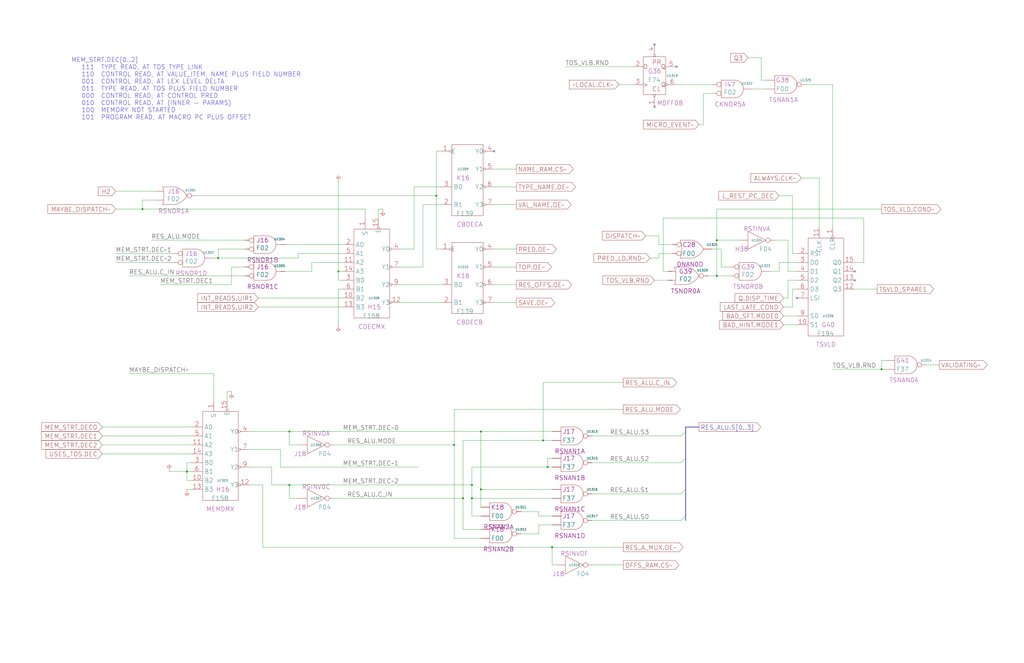
<source format=kicad_sch>
(kicad_sch (version 20230121) (generator eeschema)
  (paper "User" 584.2 378.46)
  (title_block (title "CS DISPLAY REGISTER CONTROL") (date "22-MAY-90") (rev "1.0") (comment 1 "SEQUENCER") (comment 2 "232-003064") (comment 3 "S400") (comment 4 "RELEASED"))
  (lib_symbols
    (symbol "r1000:F00" (pin_numbers hide) (pin_names hide)
      (property "Reference" "U" (at 15.24 0 0))
      (property "Value" "F00" (at 1.905 -5.08 0))
      (property "Location" "___" (at 1.905 0 0))
      (property "Name" "______" (at 2.54 -12.7 0))
      (symbol "F00_0_1"
        (polyline (pts (xy -2.54 -7.62) (xy 5.08 -7.62)) (stroke (width 0.1524)))
        (polyline (pts (xy -2.54 2.54) (xy -2.54 -7.62)) (stroke (width 0.1524)))
        (polyline (pts (xy -2.54 2.54) (xy 5.08 2.54)) (stroke (width 0.1524)))
        (arc (start 5.08 -7.62) (mid 10.1282 -2.54) (end 5.08 2.54) (stroke (width 0.1524)))
        (circle (center 11.43 -2.54) (radius 1.27) (stroke (width 0.1524)))
      )
      (symbol "F00_0_2"
        (circle (center -3.81 -5.08) (radius 1.27) (stroke (width 0.1524)))
        (circle (center -3.81 0) (radius 1.27) (stroke (width 0.1524)))
        (arc (start -3.175 -7.62) (mid -2.134 -2.54) (end -3.175 2.54) (stroke (width 0.1524)))
        (polyline (pts (xy -3.175 -7.62) (xy 3.81 -7.62)) (stroke (width 0.1524)))
        (polyline (pts (xy -3.175 2.54) (xy 3.81 2.54)) (stroke (width 0.1524)))
        (arc (start 3.81 -7.62) (mid 7.5855 -5.8306) (end 10.16 -2.54) (stroke (width 0.1524)))
        (arc (start 10.16 -2.54) (mid 7.5827 0.7471) (end 3.81 2.54) (stroke (width 0.1524)))
      )
      (symbol "F00_1_1"
        (pin input line (at -7.62 0 0) (length 5.08) (name "D0") (number "1"))
        (pin input line (at -7.62 -5.08 0) (length 5.08) (name "D1") (number "2"))
        (pin output line (at 15.24 -2.54 180) (length 2.54) (name "Q") (number "3"))
      )
      (symbol "F00_1_2"
        (pin input line (at -7.62 0 0) (length 2.54) (name "D0") (number "1"))
        (pin input line (at -7.62 -5.08 0) (length 2.54) (name "D1") (number "2"))
        (pin output line (at 15.24 -2.54 180) (length 5.08) (name "Q") (number "3"))
      )
    )
    (symbol "r1000:F02" (pin_numbers hide) (pin_names hide)
      (property "Reference" "U" (at 12.16 0.635 0))
      (property "Value" "F02" (at -1.27 -4.445 0))
      (property "Location" "___" (at 2.54 0 0))
      (property "Name" "______" (at 2.54 -12.7 0))
      (symbol "F02_0_1"
        (arc (start -3.81 -7.62) (mid -2.9847 -2.54) (end -3.81 2.54) (stroke (width 0.1524)))
        (polyline (pts (xy -5.08 -5.08) (xy -3.175 -5.08)) (stroke (width 0.1524)))
        (polyline (pts (xy -5.08 0) (xy -3.175 0)) (stroke (width 0.1524)))
        (polyline (pts (xy -3.81 -7.62) (xy 2.54 -7.62)) (stroke (width 0.1524)))
        (polyline (pts (xy -3.81 2.54) (xy 2.54 2.54)) (stroke (width 0.1524)))
        (polyline (pts (xy 13.97 -2.54) (xy 12.7 -2.54)) (stroke (width 0.1524)))
        (arc (start 2.54 -7.62) (mid 6.9515 -5.9823) (end 10.16 -2.54) (stroke (width 0.1524)))
        (arc (start 10.16 -2.54) (mid 6.9478 0.8966) (end 2.54 2.54) (stroke (width 0.1524)))
        (circle (center 11.43 -2.54) (radius 1.27) (stroke (width 0.1524)))
      )
      (symbol "F02_0_2"
        (circle (center -3.81 -5.08) (radius 1.27) (stroke (width 0.1524)))
        (circle (center -3.81 0) (radius 1.27) (stroke (width 0.1524)))
        (polyline (pts (xy -2.54 -7.62) (xy 5.08 -7.62)) (stroke (width 0.1524)))
        (polyline (pts (xy -2.54 2.54) (xy -2.54 -7.62)) (stroke (width 0.1524)))
        (polyline (pts (xy -2.54 2.54) (xy 5.08 2.54)) (stroke (width 0.1524)))
        (polyline (pts (xy 11.43 -2.54) (xy 10.16 -2.54)) (stroke (width 0.1524)))
        (polyline (pts (xy 11.43 -2.54) (xy 12.7 -2.54)) (stroke (width 0.1524)))
        (arc (start 5.08 -7.62) (mid 10.1282 -2.54) (end 5.08 2.54) (stroke (width 0.1524)))
      )
      (symbol "F02_1_1"
        (pin input line (at -7.62 0 0) (length 2.54) (name "D0") (number "1"))
        (pin input line (at -7.62 -5.08 0) (length 2.54) (name "D1") (number "2"))
        (pin output line (at 15.24 -2.54 180) (length 1.27) (name "Q") (number "3"))
      )
      (symbol "F02_1_2"
        (pin input line (at -7.62 0 0) (length 2.54) (name "D0") (number "1"))
        (pin input line (at -7.62 -5.08 0) (length 2.54) (name "D1") (number "2"))
        (pin output line (at 15.24 -2.54 180) (length 2.54) (name "Q") (number "3"))
      )
    )
    (symbol "r1000:F04" (pin_numbers hide) (pin_names hide)
      (property "Reference" "U" (at 0 0 0))
      (property "Value" "F04" (at 1.27 -5.08 0))
      (property "Location" "___" (at -12.7 -5.08 0))
      (property "Name" "______" (at 0 5.08 0))
      (symbol "F04_0_1"
        (polyline (pts (xy -7.62 0) (xy -5.08 0)) (stroke (width 0.1524)))
        (polyline (pts (xy -5.08 5.08) (xy -5.08 -5.08)) (stroke (width 0.1524)))
        (polyline (pts (xy 5.08 0) (xy -5.08 -5.08)) (stroke (width 0.1524)))
        (polyline (pts (xy 5.08 0) (xy -5.08 5.08)) (stroke (width 0.1524)))
        (circle (center 6.35 0) (radius 1.27) (stroke (width 0.1524)))
      )
      (symbol "F04_1_1"
        (pin input line (at -10.16 0 0) (length 2.54) (name "D0") (number "1"))
        (pin output line (at 10.16 0 180) (length 2.54) (name "Q") (number "2"))
      )
    )
    (symbol "r1000:F139" (pin_names (offset 1.016))
      (property "Reference" "U" (at 2.54 5.08 0))
      (property "Value" "F139" (at -1.27 -20.32 0))
      (property "Location" "___" (at -1.27 0 0))
      (property "Name" "______" (at 6.35 -27.94 0))
      (symbol "F139_1_1"
        (circle (center -4.445 15.24) (radius 0.635))
        (rectangle (start -3.81 19.05) (end 13.97 -21.59))
        (circle (center 14.605 -15.24) (radius 0.635))
        (circle (center 14.605 -5.08) (radius 0.635))
        (circle (center 14.605 5.08) (radius 0.635))
        (circle (center 14.605 15.24) (radius 0.635))
        (pin input line (at -10.16 15.24 0) (length 5.08) (name "E") (number "1"))
        (pin input line (at -10.16 -15.24 0) (length 6.35) (name "B1") (number "2"))
        (pin input line (at -10.16 -5.08 0) (length 6.35) (name "B0") (number "3"))
        (pin output line (at 20.32 15.24 180) (length 5.08) (name "Y0") (number "4"))
        (pin output line (at 20.32 5.08 180) (length 5.08) (name "Y1") (number "5"))
        (pin output line (at 20.32 -5.08 180) (length 5.08) (name "Y2") (number "6"))
        (pin output line (at 20.32 -15.24 180) (length 5.08) (name "Y3") (number "7"))
      )
    )
    (symbol "r1000:F158" (pin_names (offset 1.016))
      (property "Reference" "U" (at 2.54 5.08 0))
      (property "Value" "F158" (at -3.81 -5.08 0))
      (property "Location" "___" (at -1.27 0 0))
      (property "Name" "______" (at 1.27 -12.7 0))
      (symbol "F158_1_1"
        (rectangle (start -8.89 44.45) (end 11.43 -6.35))
        (circle (center 5.08 45.085) (radius 0.635))
        (circle (center 12.065 2.54) (radius 0.635))
        (circle (center 12.065 12.7) (radius 0.635))
        (circle (center 12.065 22.86) (radius 0.635))
        (circle (center 12.065 33.02) (radius 0.635))
        (pin input line (at -2.54 50.8 270) (length 6.35) (name "S") (number "1"))
        (pin input line (at -15.24 5.08 0) (length 6.35) (name "B2") (number "10"))
        (pin input line (at -15.24 25.4 0) (length 6.35) (name "A2") (number "11"))
        (pin output line (at 17.78 2.54 180) (length 5.08) (name "Y3") (number "12"))
        (pin input line (at -15.24 0 0) (length 6.35) (name "B3") (number "13"))
        (pin input line (at -15.24 20.32 0) (length 6.35) (name "A3") (number "14"))
        (pin input line (at 5.08 50.8 270) (length 5.08) (name "E") (number "15"))
        (pin input line (at -15.24 35.56 0) (length 6.35) (name "A0") (number "2"))
        (pin input line (at -15.24 15.24 0) (length 6.35) (name "B0") (number "3"))
        (pin output line (at 17.78 33.02 180) (length 5.08) (name "Y0") (number "4"))
        (pin input line (at -15.24 30.48 0) (length 6.35) (name "A1") (number "5"))
        (pin input line (at -15.24 10.16 0) (length 6.35) (name "B1") (number "6"))
        (pin output line (at 17.78 22.86 180) (length 5.08) (name "Y1") (number "7"))
        (pin output line (at 17.78 12.7 180) (length 5.08) (name "Y2") (number "9"))
      )
    )
    (symbol "r1000:F194" (pin_names (offset 1.016))
      (property "Reference" "U" (at 2.54 5.08 0))
      (property "Value" "F194" (at -3.81 -5.08 0))
      (property "Location" "___" (at -1.27 0 0))
      (property "Name" "______" (at 1.27 -12.7 0))
      (symbol "F194_1_1"
        (rectangle (start -8.89 49.53) (end 11.43 -6.35))
        (circle (center 5.08 50.165) (radius 0.635))
        (pin input line (at 5.08 55.88 270) (length 5.08) (name "CLR") (number "1"))
        (pin input line (at -15.24 0 0) (length 6.35) (name "S1") (number "10"))
        (pin input line (at -2.54 55.88 270) (length 6.35) (name "CLK") (number "11"))
        (pin output line (at 17.78 20.32 180) (length 6.35) (name "Q3") (number "12"))
        (pin output line (at 17.78 25.4 180) (length 6.35) (name "Q2") (number "13"))
        (pin output line (at 17.78 30.48 180) (length 6.35) (name "Q1") (number "14"))
        (pin output line (at 17.78 35.56 180) (length 6.35) (name "Q0") (number "15"))
        (pin input line (at -15.24 40.64 0) (length 6.35) (name "RSI") (number "2"))
        (pin input line (at -15.24 35.56 0) (length 6.35) (name "D0") (number "3"))
        (pin input line (at -15.24 30.48 0) (length 6.35) (name "D1") (number "4"))
        (pin input line (at -15.24 25.4 0) (length 6.35) (name "D2") (number "5"))
        (pin input line (at -15.24 20.32 0) (length 6.35) (name "D3") (number "6"))
        (pin input line (at -15.24 15.24 0) (length 6.35) (name "LSI") (number "7"))
        (pin input line (at -15.24 5.08 0) (length 6.35) (name "S0") (number "9"))
      )
    )
    (symbol "r1000:F37" (pin_numbers hide) (pin_names (offset 0) hide)
      (property "Reference" "U" (at 15.24 0 0))
      (property "Value" "F37" (at 1.905 -5.08 0))
      (property "Location" "___" (at 1.905 0 0))
      (property "Name" "______" (at 2.54 -12.7 0))
      (symbol "F37_0_1"
        (polyline (pts (xy -2.54 -7.62) (xy 5.08 -7.62)) (stroke (width 0.1524)))
        (polyline (pts (xy -2.54 2.54) (xy -2.54 -7.62)) (stroke (width 0.1524)))
        (polyline (pts (xy -2.54 2.54) (xy 5.08 2.54)) (stroke (width 0.1524)))
        (arc (start 5.08 -7.62) (mid 10.1282 -2.54) (end 5.08 2.54) (stroke (width 0.1524)))
        (circle (center 11.43 -2.54) (radius 1.27) (stroke (width 0.1524)))
      )
      (symbol "F37_0_2"
        (circle (center -3.81 -5.08) (radius 1.27) (stroke (width 0.1524)))
        (circle (center -3.81 0) (radius 1.27) (stroke (width 0.1524)))
        (arc (start -3.175 -7.62) (mid -2.134 -2.54) (end -3.175 2.54) (stroke (width 0.1524)))
        (polyline (pts (xy -3.175 -7.62) (xy 3.81 -7.62)) (stroke (width 0.1524)))
        (polyline (pts (xy -3.175 2.54) (xy 3.81 2.54)) (stroke (width 0.1524)))
        (arc (start 3.81 -7.62) (mid 7.5855 -5.8306) (end 10.16 -2.54) (stroke (width 0.1524)))
        (arc (start 10.16 -2.54) (mid 7.5827 0.7471) (end 3.81 2.54) (stroke (width 0.1524)))
      )
      (symbol "F37_1_1"
        (pin input line (at -7.62 0 0) (length 5.08) (name "D0") (number "1"))
        (pin input line (at -7.62 -5.08 0) (length 5.08) (name "D1") (number "2"))
        (pin output line (at 15.24 -2.54 180) (length 2.54) (name "Q") (number "3"))
      )
      (symbol "F37_1_2"
        (pin input line (at -7.62 0 0) (length 2.54) (name "D0") (number "1"))
        (pin input line (at -7.62 -5.08 0) (length 2.54) (name "D1") (number "2"))
        (pin output line (at 15.24 -2.54 180) (length 5.08) (name "Q") (number "3"))
      )
    )
    (symbol "r1000:F74" (pin_names (offset 1.016) hide)
      (property "Reference" "U" (at 12.7 -2.54 0))
      (property "Value" "F74" (at -1.27 -5.08 0))
      (property "Location" "___" (at -1.27 0 0))
      (property "Name" "______" (at 11.43 -19.685 0))
      (symbol "F74_0_1"
        (rectangle (start -3.81 8.255) (end 8.89 -13.335) (stroke (width 0.1524)))
        (polyline (pts (xy 2.54 -15.24) (xy 2.54 -14.605)) (stroke (width 0.1524)))
        (polyline (pts (xy 2.54 10.16) (xy 2.54 9.525)) (stroke (width 0.1524)))
      )
      (symbol "F74_1_1"
        (circle (center 2.54 -13.97) (radius 0.635))
        (circle (center 2.54 8.89) (radius 0.635))
        (circle (center 9.525 -7.62) (radius 0.635))
        (text ">" (at -2.54 -7.62 0) (effects (font (size 2.54 2.54))))
        (text "C" (at 2.54 -10.16 0) (effects (font (size 2.54 2.54))))
        (text "D" (at -2.54 2.54 0) (effects (font (size 2.54 2.54))))
        (text "L" (at 5.08 -10.16 0) (effects (font (size 2.54 2.54))))
        (text "P" (at 2.54 5.08 0) (effects (font (size 2.54 2.54))))
        (text "Q" (at 7.62 -7.62 0) (effects (font (size 2.54 2.54))))
        (text "Q" (at 7.62 2.54 0) (effects (font (size 2.54 2.54))))
        (text "R" (at 5.08 5.08 0) (effects (font (size 2.54 2.54))))
        (pin input line (at 2.54 -20.32 90) (length 5.08) (name "CL_") (number "1"))
        (pin input line (at -10.16 2.54 0) (length 6.35) (name "D") (number "2"))
        (pin input line (at -10.16 -7.62 0) (length 6.35) (name "CLK") (number "3"))
        (pin input line (at 2.54 15.24 270) (length 5.08) (name "PR_") (number "4"))
        (pin output line (at 15.24 2.54 180) (length 6.35) (name "Q") (number "5"))
        (pin output line (at 15.24 -7.62 180) (length 5.08) (name "Q_") (number "6"))
      )
    )
    (symbol "r1000:PD" (power) (pin_numbers hide) (pin_names hide) (in_bom no)
      (symbol "PD_0_1"
        (polyline (pts (xy 0 -2.54) (xy 1.27 -2.54) (xy 0 -3.81) (xy -1.27 -2.54) (xy 0 -2.54)) (stroke (width 0.1524)))
      )
      (symbol "PD_1_1"
        (pin power_in line (at 0 0 270) (length 2.54) (name "PD") (number "1"))
      )
    )
    (symbol "r1000:PU" (power) (pin_numbers hide) (pin_names hide)
      (symbol "PU_0_1"
        (polyline (pts (xy 0 2.54) (xy -1.27 2.54) (xy 0 3.81) (xy 1.27 2.54) (xy 0 2.54)) (stroke (width 0.1524)))
      )
      (symbol "PU_1_1"
        (pin power_in line (at 0 0 90) (length 2.54) (name "PU") (number "1"))
      )
    )
  )
  (junction (at 408.94 137.16))
  (junction (at 165.1 276.86))
  (junction (at 309.88 251.46))
  (junction (at 264.16 284.48))
  (junction (at 274.32 246.38))
  (junction (at 124.46 147.32))
  (junction (at 274.32 279.4))
  (junction (at 269.24 284.48))
  (junction (at 408.94 157.48))
  (junction (at 248.92 111.76))
  (junction (at 165.1 246.38))
  (junction (at 81.28 119.38))
  (junction (at 312.42 266.7))
  (junction (at 269.24 276.86))
  (junction (at 259.08 254))
  (junction (at 314.96 312.42))
  (junction (at 502.92 210.82))
  (junction (at 193.04 154.94))
  (junction (at 106.68 269.24))
  (no_connect (at 373.38 25.4))
  (no_connect (at 487.68 154.94))
  (no_connect (at 373.38 60.96))
  (no_connect (at 386.08 38.1))
  (no_connect (at 487.68 160.02))
  (no_connect (at 281.94 86.36))
  (no_connect (at 454.66 170.18))
  (bus_entry (at 391.16 261.62) (size -2.54 2.54))
  (bus_entry (at 391.16 246.38) (size -2.54 2.54))
  (bus_entry (at 391.16 294.64) (size -2.54 2.54))
  (bus_entry (at 391.16 279.4) (size -2.54 2.54))
  (wire (pts (xy 259.08 233.68) (xy 355.6 233.68)))
  (wire (pts (xy 528.32 208.28) (xy 535.94 208.28)))
  (wire (pts (xy 314.96 312.42) (xy 355.6 312.42)))
  (wire (pts (xy 142.24 246.38) (xy 165.1 246.38)))
  (bus (pts (xy 391.16 246.38) (xy 391.16 261.62)))
  (wire (pts (xy 142.24 276.86) (xy 149.86 276.86)))
  (wire (pts (xy 190.5 284.48) (xy 264.16 284.48)))
  (wire (pts (xy 81.28 119.38) (xy 208.28 119.38)))
  (wire (pts (xy 454.66 144.78) (xy 452.12 144.78)))
  (wire (pts (xy 281.94 106.68) (xy 294.64 106.68)))
  (wire (pts (xy 264.16 302.26) (xy 274.32 302.26)))
  (wire (pts (xy 193.04 165.1) (xy 193.04 185.42)))
  (wire (pts (xy 193.04 154.94) (xy 195.58 154.94)))
  (wire (pts (xy 165.1 246.38) (xy 165.1 254)))
  (wire (pts (xy 383.54 144.78) (xy 375.92 144.78)))
  (wire (pts (xy 492.76 124.46) (xy 492.76 149.86)))
  (wire (pts (xy 132.08 152.4) (xy 132.08 162.56)))
  (wire (pts (xy 149.86 312.42) (xy 314.96 312.42)))
  (wire (pts (xy 269.24 284.48) (xy 269.24 294.64)))
  (wire (pts (xy 236.22 142.24) (xy 236.22 106.68)))
  (wire (pts (xy 264.16 251.46) (xy 309.88 251.46)))
  (wire (pts (xy 307.34 304.8) (xy 307.34 299.72)))
  (wire (pts (xy 106.68 269.24) (xy 109.22 269.24)))
  (wire (pts (xy 401.32 53.34) (xy 401.32 71.12)))
  (wire (pts (xy 147.32 175.26) (xy 195.58 175.26)))
  (wire (pts (xy 281.94 162.56) (xy 294.64 162.56)))
  (wire (pts (xy 58.42 259.08) (xy 109.22 259.08)))
  (wire (pts (xy 502.92 210.82) (xy 505.46 210.82)))
  (wire (pts (xy 124.46 147.32) (xy 121.92 147.32)))
  (wire (pts (xy 162.56 139.7) (xy 195.58 139.7)))
  (wire (pts (xy 408.94 157.48) (xy 416.56 157.48)))
  (wire (pts (xy 248.92 111.76) (xy 248.92 86.36)))
  (wire (pts (xy 106.68 279.4) (xy 109.22 279.4)))
  (wire (pts (xy 408.94 119.38) (xy 408.94 137.16)))
  (wire (pts (xy 454.66 160.02) (xy 449.58 160.02)))
  (wire (pts (xy 248.92 142.24) (xy 248.92 111.76)))
  (wire (pts (xy 96.52 269.24) (xy 106.68 269.24)))
  (wire (pts (xy 439.42 154.94) (xy 444.5 154.94)))
  (wire (pts (xy 447.04 180.34) (xy 454.66 180.34)))
  (wire (pts (xy 165.1 276.86) (xy 269.24 276.86)))
  (wire (pts (xy 447.04 170.18) (xy 449.58 170.18)))
  (wire (pts (xy 154.94 266.7) (xy 154.94 276.86)))
  (wire (pts (xy 449.58 154.94) (xy 449.58 137.16)))
  (wire (pts (xy 383.54 139.7) (xy 375.92 139.7)))
  (wire (pts (xy 337.82 281.94) (xy 388.62 281.94)))
  (wire (pts (xy 269.24 294.64) (xy 274.32 294.64)))
  (wire (pts (xy 215.9 124.46) (xy 215.9 119.38)))
  (wire (pts (xy 375.92 139.7) (xy 375.92 134.62)))
  (wire (pts (xy 165.1 254) (xy 170.18 254)))
  (wire (pts (xy 73.66 213.36) (xy 121.92 213.36)))
  (wire (pts (xy 309.88 251.46) (xy 314.96 251.46)))
  (wire (pts (xy 241.3 116.84) (xy 251.46 116.84)))
  (wire (pts (xy 467.36 129.54) (xy 467.36 101.6)))
  (bus (pts (xy 391.16 279.4) (xy 391.16 294.64)))
  (wire (pts (xy 281.94 142.24) (xy 294.64 142.24)))
  (wire (pts (xy 165.1 284.48) (xy 170.18 284.48)))
  (wire (pts (xy 162.56 154.94) (xy 177.8 154.94)))
  (wire (pts (xy 370.84 147.32) (xy 375.92 147.32)))
  (wire (pts (xy 66.04 144.78) (xy 99.06 144.78)))
  (wire (pts (xy 195.58 149.86) (xy 177.8 149.86)))
  (wire (pts (xy 208.28 124.46) (xy 208.28 119.38)))
  (wire (pts (xy 73.66 157.48) (xy 139.7 157.48)))
  (wire (pts (xy 307.34 299.72) (xy 314.96 299.72)))
  (wire (pts (xy 160.02 256.54) (xy 160.02 266.7)))
  (wire (pts (xy 307.34 294.64) (xy 314.96 294.64)))
  (wire (pts (xy 297.18 304.8) (xy 307.34 304.8)))
  (wire (pts (xy 337.82 322.58) (xy 355.6 322.58)))
  (wire (pts (xy 314.96 261.62) (xy 312.42 261.62)))
  (wire (pts (xy 139.7 142.24) (xy 124.46 142.24)))
  (wire (pts (xy 398.78 71.12) (xy 401.32 71.12)))
  (wire (pts (xy 142.24 266.7) (xy 154.94 266.7)))
  (wire (pts (xy 58.42 254) (xy 109.22 254)))
  (wire (pts (xy 454.66 149.86) (xy 444.5 149.86)))
  (wire (pts (xy 165.1 276.86) (xy 165.1 284.48)))
  (wire (pts (xy 444.5 149.86) (xy 444.5 154.94)))
  (wire (pts (xy 195.58 165.1) (xy 193.04 165.1)))
  (wire (pts (xy 111.76 111.76) (xy 248.92 111.76)))
  (wire (pts (xy 106.68 269.24) (xy 106.68 274.32)))
  (wire (pts (xy 502.92 205.74) (xy 502.92 210.82)))
  (bus (pts (xy 391.16 261.62) (xy 391.16 279.4)))
  (wire (pts (xy 259.08 254) (xy 259.08 233.68)))
  (wire (pts (xy 264.16 284.48) (xy 264.16 251.46)))
  (wire (pts (xy 274.32 279.4) (xy 274.32 289.56)))
  (wire (pts (xy 307.34 292.1) (xy 307.34 294.64)))
  (wire (pts (xy 259.08 307.34) (xy 274.32 307.34)))
  (wire (pts (xy 274.32 246.38) (xy 314.96 246.38)))
  (wire (pts (xy 337.82 297.18) (xy 388.62 297.18)))
  (wire (pts (xy 403.86 157.48) (xy 408.94 157.48)))
  (wire (pts (xy 269.24 284.48) (xy 314.96 284.48)))
  (wire (pts (xy 386.08 48.26) (xy 406.4 48.26)))
  (wire (pts (xy 124.46 142.24) (xy 124.46 147.32)))
  (wire (pts (xy 452.12 165.1) (xy 452.12 175.26)))
  (wire (pts (xy 447.04 185.42) (xy 454.66 185.42)))
  (wire (pts (xy 195.58 144.78) (xy 170.18 144.78)))
  (wire (pts (xy 109.22 264.16) (xy 106.68 264.16)))
  (wire (pts (xy 274.32 279.4) (xy 314.96 279.4)))
  (wire (pts (xy 109.22 274.32) (xy 106.68 274.32)))
  (wire (pts (xy 170.18 144.78) (xy 170.18 147.32)))
  (wire (pts (xy 281.94 152.4) (xy 294.64 152.4)))
  (wire (pts (xy 66.04 149.86) (xy 99.06 149.86)))
  (wire (pts (xy 378.46 124.46) (xy 492.76 124.46)))
  (wire (pts (xy 193.04 160.02) (xy 193.04 154.94)))
  (wire (pts (xy 259.08 254) (xy 259.08 307.34)))
  (wire (pts (xy 434.34 45.72) (xy 434.34 33.02)))
  (wire (pts (xy 474.98 48.26) (xy 474.98 129.54)))
  (wire (pts (xy 449.58 137.16) (xy 441.96 137.16)))
  (wire (pts (xy 281.94 172.72) (xy 294.64 172.72)))
  (wire (pts (xy 322.58 38.1) (xy 360.68 38.1)))
  (wire (pts (xy 297.18 292.1) (xy 307.34 292.1)))
  (wire (pts (xy 459.74 48.26) (xy 474.98 48.26)))
  (wire (pts (xy 248.92 86.36) (xy 251.46 86.36)))
  (bus (pts (xy 391.16 243.84) (xy 391.16 246.38)))
  (wire (pts (xy 337.82 248.92) (xy 388.62 248.92)))
  (wire (pts (xy 58.42 243.84) (xy 109.22 243.84)))
  (wire (pts (xy 434.34 33.02) (xy 426.72 33.02)))
  (wire (pts (xy 177.8 149.86) (xy 177.8 154.94)))
  (wire (pts (xy 312.42 261.62) (xy 312.42 266.7)))
  (wire (pts (xy 505.46 205.74) (xy 502.92 205.74)))
  (wire (pts (xy 66.04 109.22) (xy 88.9 109.22)))
  (wire (pts (xy 264.16 284.48) (xy 264.16 302.26)))
  (wire (pts (xy 408.94 137.16) (xy 408.94 157.48)))
  (wire (pts (xy 281.94 116.84) (xy 294.64 116.84)))
  (wire (pts (xy 281.94 96.52) (xy 294.64 96.52)))
  (wire (pts (xy 228.6 162.56) (xy 251.46 162.56)))
  (wire (pts (xy 309.88 218.44) (xy 355.6 218.44)))
  (wire (pts (xy 474.98 210.82) (xy 502.92 210.82)))
  (wire (pts (xy 314.96 322.58) (xy 317.5 322.58)))
  (wire (pts (xy 373.38 160.02) (xy 381 160.02)))
  (wire (pts (xy 106.68 264.16) (xy 106.68 269.24)))
  (wire (pts (xy 81.28 119.38) (xy 81.28 114.3)))
  (bus (pts (xy 391.16 294.64) (xy 391.16 297.18)))
  (wire (pts (xy 58.42 248.92) (xy 109.22 248.92)))
  (wire (pts (xy 454.66 165.1) (xy 452.12 165.1)))
  (wire (pts (xy 353.06 48.26) (xy 360.68 48.26)))
  (wire (pts (xy 124.46 147.32) (xy 170.18 147.32)))
  (wire (pts (xy 81.28 114.3) (xy 88.9 114.3)))
  (wire (pts (xy 381 154.94) (xy 378.46 154.94)))
  (wire (pts (xy 452.12 111.76) (xy 444.5 111.76)))
  (wire (pts (xy 132.08 162.56) (xy 91.44 162.56)))
  (wire (pts (xy 228.6 172.72) (xy 251.46 172.72)))
  (wire (pts (xy 337.82 264.16) (xy 388.62 264.16)))
  (wire (pts (xy 160.02 266.7) (xy 238.76 266.7)))
  (wire (pts (xy 241.3 152.4) (xy 241.3 116.84)))
  (wire (pts (xy 454.66 154.94) (xy 449.58 154.94)))
  (wire (pts (xy 190.5 254) (xy 259.08 254)))
  (wire (pts (xy 274.32 246.38) (xy 274.32 279.4)))
  (wire (pts (xy 193.04 154.94) (xy 193.04 104.14)))
  (wire (pts (xy 436.88 45.72) (xy 434.34 45.72)))
  (wire (pts (xy 452.12 144.78) (xy 452.12 111.76)))
  (wire (pts (xy 165.1 246.38) (xy 274.32 246.38)))
  (wire (pts (xy 132.08 223.52) (xy 129.54 223.52)))
  (wire (pts (xy 121.92 228.6) (xy 121.92 213.36)))
  (wire (pts (xy 215.9 119.38) (xy 218.44 119.38)))
  (wire (pts (xy 312.42 266.7) (xy 314.96 266.7)))
  (wire (pts (xy 449.58 160.02) (xy 449.58 170.18)))
  (wire (pts (xy 154.94 276.86) (xy 165.1 276.86)))
  (wire (pts (xy 86.36 137.16) (xy 139.7 137.16)))
  (wire (pts (xy 378.46 154.94) (xy 378.46 124.46)))
  (wire (pts (xy 375.92 144.78) (xy 375.92 147.32)))
  (wire (pts (xy 251.46 142.24) (xy 248.92 142.24)))
  (wire (pts (xy 447.04 175.26) (xy 452.12 175.26)))
  (wire (pts (xy 142.24 256.54) (xy 160.02 256.54)))
  (wire (pts (xy 406.4 142.24) (xy 411.48 142.24)))
  (wire (pts (xy 269.24 276.86) (xy 269.24 284.48)))
  (wire (pts (xy 129.54 223.52) (xy 129.54 228.6)))
  (wire (pts (xy 416.56 152.4) (xy 411.48 152.4)))
  (wire (pts (xy 149.86 276.86) (xy 149.86 312.42)))
  (wire (pts (xy 502.92 119.38) (xy 408.94 119.38)))
  (wire (pts (xy 429.26 50.8) (xy 436.88 50.8)))
  (wire (pts (xy 66.04 119.38) (xy 81.28 119.38)))
  (wire (pts (xy 195.58 160.02) (xy 193.04 160.02)))
  (bus (pts (xy 391.16 243.84) (xy 398.78 243.84)))
  (wire (pts (xy 467.36 101.6) (xy 457.2 101.6)))
  (wire (pts (xy 228.6 142.24) (xy 236.22 142.24)))
  (wire (pts (xy 314.96 312.42) (xy 314.96 322.58)))
  (wire (pts (xy 492.76 149.86) (xy 487.68 149.86)))
  (wire (pts (xy 406.4 53.34) (xy 401.32 53.34)))
  (wire (pts (xy 411.48 152.4) (xy 411.48 142.24)))
  (wire (pts (xy 309.88 251.46) (xy 309.88 218.44)))
  (wire (pts (xy 147.32 170.18) (xy 195.58 170.18)))
  (wire (pts (xy 236.22 106.68) (xy 251.46 106.68)))
  (wire (pts (xy 487.68 165.1) (xy 500.38 165.1)))
  (wire (pts (xy 139.7 152.4) (xy 132.08 152.4)))
  (wire (pts (xy 269.24 276.86) (xy 269.24 266.7)))
  (wire (pts (xy 421.64 137.16) (xy 408.94 137.16)))
  (wire (pts (xy 228.6 152.4) (xy 241.3 152.4)))
  (wire (pts (xy 269.24 266.7) (xy 312.42 266.7)))
  (wire (pts (xy 368.3 134.62) (xy 375.92 134.62)))
  (text "MEM_STRT.DEC[0..2]\n   111  TYPE READ, AT TOS TYPE LINK\n   110  CONTROL READ, AT VALUE_ITEM, NAME PLUS FIELD NUMBER\n   001  CONTROL READ, AT LEX LEVEL DELTA\n   011  TYPE READ, AT TOS PLUS FIELD NUMBER\n   000  CONTROL READ, AT CONTROL PRED\n   010  CONTROL READ, AT (INNER - PARAMS)\n   100  MEMORY NOT STARTED\n   101  PROGRAM READ, AT MACRO PC PLUS OFFSET" (at 40.64 68.58 0) (effects (font (size 2.54 2.54)) (justify left bottom)))
  (label "RES_ALU.S2" (at 347.98 264.16 0) (effects (font (size 2.54 2.54))))
  (label "MAYBE_DISPATCH~" (at 73.66 213.36 0) (effects (font (size 2.54 2.54))))
  (label "MEM_STRT.DEC~1" (at 66.04 144.78 0) (effects (font (size 2.54 2.54))))
  (label "RES_ALU.C_IN" (at 73.66 157.48 0) (effects (font (size 2.54 2.54))))
  (label "RES_ALU.S0" (at 347.98 297.18 0) (effects (font (size 2.54 2.54))))
  (label "MEM_STRT.DEC~2" (at 195.58 276.86 0) (effects (font (size 2.54 2.54))))
  (label "RES_ALU.S1" (at 347.98 281.94 0) (effects (font (size 2.54 2.54))))
  (label "RES_ALU.MODE" (at 198.12 254 0) (effects (font (size 2.54 2.54))))
  (label "RES_ALU.MODE" (at 86.36 137.16 0) (effects (font (size 2.54 2.54))))
  (label "MEM_STRT.DEC~0" (at 195.58 246.38 0) (effects (font (size 2.54 2.54))))
  (label "MEM_STRT.DEC~1" (at 195.58 266.7 0) (effects (font (size 2.54 2.54))))
  (label "RES_ALU.C_IN" (at 198.12 284.48 0) (effects (font (size 2.54 2.54))))
  (label "TOS_VLB.RND" (at 474.98 210.82 0) (effects (font (size 2.54 2.54))))
  (label "MEM_STRT.DEC1" (at 91.44 162.56 0) (effects (font (size 2.54 2.54))))
  (label "MEM_STRT.DEC~2" (at 66.04 149.86 0) (effects (font (size 2.54 2.54))))
  (label "RES_ALU.S3" (at 347.98 248.92 0) (effects (font (size 2.54 2.54))))
  (label "TOS_VLB.RND" (at 322.58 38.1 0) (effects (font (size 2.54 2.54))))
  (global_label "Q3" (shape input) (at 426.72 33.02 180) (effects (font (size 2.54 2.54))) (property "Intersheetrefs" "${INTERSHEET_REFS}" (at 416.814 32.8613 0) (effects (font (size 1.905 1.905)) (justify right))))
  (global_label "SAVE.OE~" (shape output) (at 294.64 172.72 0) (effects (font (size 2.54 2.54))) (property "Intersheetrefs" "${INTERSHEET_REFS}" (at 316.5203 172.5613 0) (effects (font (size 1.905 1.905)) (justify left))))
  (global_label "ALWAYS.CLK~" (shape input) (at 457.2 101.6 180) (effects (font (size 2.54 2.54))) (property "Intersheetrefs" "${INTERSHEET_REFS}" (at 422.1359 101.4413 0) (effects (font (size 1.905 1.905)) (justify right))))
  (global_label "RES_ALU.MODE" (shape output) (at 355.6 233.68 0) (effects (font (size 2.54 2.54))) (property "Intersheetrefs" "${INTERSHEET_REFS}" (at 388.1241 233.5213 0) (effects (font (size 1.905 1.905)) (justify left))))
  (global_label "PRED.OE~" (shape output) (at 294.64 142.24 0) (effects (font (size 2.54 2.54))) (property "Intersheetrefs" "${INTERSHEET_REFS}" (at 317.367 142.0813 0) (effects (font (size 1.905 1.905)) (justify left))))
  (global_label "USES_TOS.DEC" (shape input) (at 58.42 259.08 180) (effects (font (size 2.54 2.54))) (property "Intersheetrefs" "${INTERSHEET_REFS}" (at 26.2588 258.9213 0) (effects (font (size 1.905 1.905)) (justify right))))
  (global_label "RES_ALU.S[0..3]" (shape output) (at 398.78 243.84 0) (effects (font (size 2.54 2.54))) (property "Intersheetrefs" "${INTERSHEET_REFS}" (at 433.965 243.6813 0) (effects (font (size 1.905 1.905)) (justify left))))
  (global_label "LAST_LATE_COND" (shape input) (at 447.04 175.26 180) (effects (font (size 2.54 2.54))) (property "Intersheetrefs" "${INTERSHEET_REFS}" (at 410.8873 175.1013 0) (effects (font (size 1.905 1.905)) (justify right))))
  (global_label "MEM_STRT.DEC0" (shape input) (at 58.42 243.84 180) (effects (font (size 2.54 2.54))) (property "Intersheetrefs" "${INTERSHEET_REFS}" (at 23.7188 243.6813 0) (effects (font (size 1.905 1.905)) (justify right))))
  (global_label "NAME_RAM.CS~" (shape output) (at 294.64 96.52 0) (effects (font (size 2.54 2.54))) (property "Intersheetrefs" "${INTERSHEET_REFS}" (at 327.0431 96.3613 0) (effects (font (size 1.905 1.905)) (justify left))))
  (global_label "MICRO_EVENT~" (shape input) (at 398.78 71.12 180) (effects (font (size 2.54 2.54))) (property "Intersheetrefs" "${INTERSHEET_REFS}" (at 366.9816 70.9613 0) (effects (font (size 1.905 1.905)) (justify right))))
  (global_label "VALIDATING~" (shape output) (at 535.94 208.28 0) (effects (font (size 2.54 2.54))) (property "Intersheetrefs" "${INTERSHEET_REFS}" (at 563.2631 208.1213 0) (effects (font (size 1.905 1.905)) (justify left))))
  (global_label "MAYBE_DISPATCH~" (shape input) (at 66.04 119.38 180) (effects (font (size 2.54 2.54))) (property "Intersheetrefs" "${INTERSHEET_REFS}" (at 27.3473 119.2213 0) (effects (font (size 1.905 1.905)) (justify right))))
  (global_label "RES_OFFS.OE~" (shape output) (at 294.64 162.56 0) (effects (font (size 2.54 2.54))) (property "Intersheetrefs" "${INTERSHEET_REFS}" (at 326.0755 162.4013 0) (effects (font (size 1.905 1.905)) (justify left))))
  (global_label "RES_ALU.C_IN" (shape output) (at 355.6 218.44 0) (effects (font (size 2.54 2.54))) (property "Intersheetrefs" "${INTERSHEET_REFS}" (at 386.0679 218.2813 0) (effects (font (size 1.905 1.905)) (justify left))))
  (global_label "DISPATCH~" (shape input) (at 368.3 134.62 180) (effects (font (size 2.54 2.54))) (property "Intersheetrefs" "${INTERSHEET_REFS}" (at 343.6378 134.4613 0) (effects (font (size 1.905 1.905)) (justify right))))
  (global_label "INT_READS.UIR2" (shape input) (at 147.32 175.26 180) (effects (font (size 2.54 2.54))) (property "Intersheetrefs" "${INTERSHEET_REFS}" (at 112.7397 175.1013 0) (effects (font (size 1.905 1.905)) (justify right))))
  (global_label "H2" (shape input) (at 66.04 109.22 180) (effects (font (size 2.54 2.54))) (property "Intersheetrefs" "${INTERSHEET_REFS}" (at 56.134 109.0613 0) (effects (font (size 1.905 1.905)) (justify right))))
  (global_label "OFFS_RAM.CS~" (shape output) (at 355.6 322.58 0) (effects (font (size 2.54 2.54))) (property "Intersheetrefs" "${INTERSHEET_REFS}" (at 387.3984 322.4213 0) (effects (font (size 1.905 1.905)) (justify left))))
  (global_label "~LOCAL.CLK~" (shape input) (at 353.06 48.26 180) (effects (font (size 2.54 2.54))) (property "Intersheetrefs" "${INTERSHEET_REFS}" (at 324.7692 48.1013 0) (effects (font (size 1.905 1.905)) (justify right))))
  (global_label "BAD_HINT.MODE1" (shape input) (at 447.04 185.42 180) (effects (font (size 2.54 2.54))) (property "Intersheetrefs" "${INTERSHEET_REFS}" (at 410.5245 185.2613 0) (effects (font (size 1.905 1.905)) (justify right))))
  (global_label "TOS_VLB.RND" (shape input) (at 373.38 160.02 180) (effects (font (size 2.54 2.54))) (property "Intersheetrefs" "${INTERSHEET_REFS}" (at 343.8797 159.8613 0) (effects (font (size 1.905 1.905)) (justify right))))
  (global_label "VAL_NAME.OE~" (shape output) (at 294.64 116.84 0) (effects (font (size 2.54 2.54))) (property "Intersheetrefs" "${INTERSHEET_REFS}" (at 325.8336 116.6813 0) (effects (font (size 1.905 1.905)) (justify left))))
  (global_label "TOS_VLD.COND~" (shape output) (at 502.92 119.38 0) (effects (font (size 2.54 2.54))) (property "Intersheetrefs" "${INTERSHEET_REFS}" (at 536.8955 119.2213 0) (effects (font (size 1.905 1.905)) (justify left))))
  (global_label "BAD_SFT.MODE0" (shape input) (at 447.04 180.34 180) (effects (font (size 2.54 2.54))) (property "Intersheetrefs" "${INTERSHEET_REFS}" (at 412.4597 180.1813 0) (effects (font (size 1.905 1.905)) (justify right))))
  (global_label "TOP.OE~" (shape output) (at 294.64 152.4 0) (effects (font (size 2.54 2.54))) (property "Intersheetrefs" "${INTERSHEET_REFS}" (at 314.585 152.2413 0) (effects (font (size 1.905 1.905)) (justify left))))
  (global_label "PRED_LD.RND~" (shape input) (at 370.84 147.32 180) (effects (font (size 2.54 2.54))) (property "Intersheetrefs" "${INTERSHEET_REFS}" (at 338.7997 147.1613 0) (effects (font (size 1.905 1.905)) (justify right))))
  (global_label "MEM_STRT.DEC2" (shape input) (at 58.42 254 180) (effects (font (size 2.54 2.54))) (property "Intersheetrefs" "${INTERSHEET_REFS}" (at 23.7188 253.8413 0) (effects (font (size 1.905 1.905)) (justify right))))
  (global_label "TYPE_NAME.OE~" (shape output) (at 294.64 106.68 0) (effects (font (size 2.54 2.54))) (property "Intersheetrefs" "${INTERSHEET_REFS}" (at 328.3736 106.5213 0) (effects (font (size 1.905 1.905)) (justify left))))
  (global_label "INT_READS.UIR1" (shape input) (at 147.32 170.18 180) (effects (font (size 2.54 2.54))) (property "Intersheetrefs" "${INTERSHEET_REFS}" (at 112.7397 170.0213 0) (effects (font (size 1.905 1.905)) (justify right))))
  (global_label "MEM_STRT.DEC1" (shape input) (at 58.42 248.92 180) (effects (font (size 2.54 2.54))) (property "Intersheetrefs" "${INTERSHEET_REFS}" (at 23.7188 248.7613 0) (effects (font (size 1.905 1.905)) (justify right))))
  (global_label "RES_A_MUX.OE~" (shape output) (at 355.6 312.42 0) (effects (font (size 2.54 2.54))) (property "Intersheetrefs" "${INTERSHEET_REFS}" (at 389.6965 312.2613 0) (effects (font (size 1.905 1.905)) (justify left))))
  (global_label "L_REST_PC_DEC" (shape input) (at 444.5 111.76 180) (effects (font (size 2.54 2.54))) (property "Intersheetrefs" "${INTERSHEET_REFS}" (at 410.1616 111.6013 0) (effects (font (size 1.905 1.905)) (justify right))))
  (global_label "TSVLD_SPARE1" (shape output) (at 500.38 165.1 0) (effects (font (size 2.54 2.54))) (property "Intersheetrefs" "${INTERSHEET_REFS}" (at 532.6622 164.9413 0) (effects (font (size 1.905 1.905)) (justify left))))
  (global_label "Q.DISP_TIME" (shape input) (at 447.04 170.18 180) (effects (font (size 2.54 2.54))) (property "Intersheetrefs" "${INTERSHEET_REFS}" (at 419.354 170.0213 0) (effects (font (size 1.905 1.905)) (justify right))))
  (symbol (lib_id "r1000:PD") (at 106.68 279.4 0) (unit 1) (in_bom no)
    (property "Reference" "#PWR01302" (effects hide))
    (property "Value" "PD" (effects hide))
  )
  (symbol (lib_id "r1000:F37") (at 513.08 205.74 0) (unit 1)
    (property "Reference" "U1314" (at 528.32 205.74 0))
    (property "Value" "F37" (at 514.985 210.82 0) (effects (font (size 2.54 2.54))))
    (property "Location" "G41" (at 514.985 205.74 0) (effects (font (size 2.54 2.54))))
    (property "Name" "TSNAN0A" (at 515.62 218.44 0) (effects (font (size 2.54 2.54)) (justify bottom)))
  )
  (symbol (lib_id "r1000:F02") (at 147.32 152.4 0) (unit 1) (convert 2)
    (property "Reference" "U1305" (at 159.48 151.765 0))
    (property "Value" "F02" (at 146.05 156.845 0) (effects (font (size 2.54 2.54)) (justify left)))
    (property "Location" "J16" (at 149.86 152.4 0) (effects (font (size 2.54 2.54))))
    (property "Name" "RSNOR1C" (at 149.86 165.1 0) (effects (font (size 2.54 2.54)) (justify bottom)))
  )
  (symbol (lib_id "r1000:PU") (at 96.52 269.24 0) (unit 1)
    (property "Reference" "#PWR01301" (effects hide))
    (property "Value" "PU" (effects hide))
  )
  (symbol (lib_id "r1000:F02") (at 147.32 137.16 0) (unit 1) (convert 2)
    (property "Reference" "U1304" (at 159.48 136.525 0))
    (property "Value" "F02" (at 146.05 141.605 0) (effects (font (size 2.54 2.54)) (justify left)))
    (property "Location" "J16" (at 149.86 137.16 0) (effects (font (size 2.54 2.54))))
    (property "Name" "RSNOR1B" (at 149.86 149.86 0) (effects (font (size 2.54 2.54)) (justify bottom)))
  )
  (symbol (lib_id "r1000:F04") (at 180.34 254 0) (unit 1)
    (property "Reference" "U1306" (at 180.34 254 0))
    (property "Value" "F04" (at 181.61 259.08 0) (effects (font (size 2.54 2.54)) (justify left)))
    (property "Location" "J18" (at 167.64 259.08 0) (effects (font (size 2.54 2.54)) (justify left)))
    (property "Name" "RSINV0A" (at 180.34 248.92 0) (effects (font (size 2.54 2.54)) (justify bottom)))
  )
  (symbol (lib_id "r1000:PD") (at 218.44 119.38 0) (unit 1) (in_bom no)
    (property "Reference" "#PWR01306" (effects hide))
    (property "Value" "PD" (effects hide))
  )
  (symbol (lib_id "r1000:F00") (at 281.94 302.26 0) (unit 1)
    (property "Reference" "U1312" (at 297.18 302.26 0))
    (property "Value" "F00" (at 283.845 307.34 0) (effects (font (size 2.54 2.54))))
    (property "Location" "K18" (at 283.845 302.26 0) (effects (font (size 2.54 2.54))))
    (property "Name" "RSNAN2B" (at 284.48 314.96 0) (effects (font (size 2.54 2.54)) (justify bottom)))
  )
  (symbol (lib_id "r1000:F74") (at 370.84 40.64 0) (unit 1)
    (property "Reference" "U1319" (at 383.54 43.18 0))
    (property "Value" "F74" (at 369.57 45.72 0) (effects (font (size 2.54 2.54)) (justify left)))
    (property "Location" "G36" (at 369.57 40.64 0) (effects (font (size 2.54 2.54)) (justify left)))
    (property "Name" "MDFF0B" (at 382.27 60.325 0) (effects (font (size 2.54 2.54)) (justify bottom)))
  )
  (symbol (lib_id "r1000:F139") (at 261.62 157.48 0) (unit 1)
    (property "Reference" "U1310" (at 264.16 152.4 0))
    (property "Value" "F139" (at 260.35 177.8 0) (effects (font (size 2.54 2.54)) (justify left)))
    (property "Location" "K16" (at 260.35 157.48 0) (effects (font (size 2.54 2.54)) (justify left)))
    (property "Name" "CBDECB" (at 267.97 185.42 0) (effects (font (size 2.54 2.54)) (justify bottom)))
  )
  (symbol (lib_id "r1000:F37") (at 322.58 279.4 0) (unit 1)
    (property "Reference" "U1316" (at 337.82 279.4 0))
    (property "Value" "F37" (at 324.485 284.48 0) (effects (font (size 2.54 2.54))))
    (property "Location" "J17" (at 324.485 279.4 0) (effects (font (size 2.54 2.54))))
    (property "Name" "RSNAN1C" (at 325.12 292.1 0) (effects (font (size 2.54 2.54)) (justify bottom)))
  )
  (symbol (lib_id "r1000:F194") (at 469.9 185.42 0) (unit 1)
    (property "Reference" "U1326" (at 472.44 180.34 0))
    (property "Value" "F194" (at 466.09 190.5 0) (effects (font (size 2.54 2.54)) (justify left)))
    (property "Location" "G40" (at 468.63 185.42 0) (effects (font (size 2.54 2.54)) (justify left)))
    (property "Name" "TSVLD" (at 471.17 198.12 0) (effects (font (size 2.54 2.54)) (justify bottom)))
  )
  (symbol (lib_id "r1000:F02") (at 106.68 144.78 0) (unit 1) (convert 2)
    (property "Reference" "U1302" (at 118.84 144.145 0))
    (property "Value" "F02" (at 105.41 149.225 0) (effects (font (size 2.54 2.54)) (justify left)))
    (property "Location" "J16" (at 109.22 144.78 0) (effects (font (size 2.54 2.54))))
    (property "Name" "RSNOR1D" (at 109.22 157.48 0) (effects (font (size 2.54 2.54)) (justify bottom)))
  )
  (symbol (lib_id "r1000:PD") (at 193.04 185.42 0) (unit 1) (in_bom no)
    (property "Reference" "#PWR01305" (effects hide))
    (property "Value" "PD" (effects hide))
  )
  (symbol (lib_id "r1000:F37") (at 322.58 246.38 0) (unit 1)
    (property "Reference" "U1313" (at 337.82 246.38 0))
    (property "Value" "F37" (at 324.485 251.46 0) (effects (font (size 2.54 2.54))))
    (property "Location" "J17" (at 324.485 246.38 0) (effects (font (size 2.54 2.54))))
    (property "Name" "RSNAN1A" (at 325.12 259.08 0) (effects (font (size 2.54 2.54)) (justify bottom)))
  )
  (symbol (lib_id "r1000:F00") (at 391.16 139.7 0) (unit 1) (convert 2)
    (property "Reference" "U1321" (at 406.4 139.7 0))
    (property "Value" "F00" (at 393.065 144.78 0) (effects (font (size 2.54 2.54))))
    (property "Location" "C28" (at 393.065 139.7 0) (effects (font (size 2.54 2.54))))
    (property "Name" "DNAN0D" (at 393.7 152.4 0) (effects (font (size 2.54 2.54)) (justify bottom)))
  )
  (symbol (lib_id "r1000:F02") (at 388.62 154.94 0) (unit 1)
    (property "Reference" "U1320" (at 400.78 154.305 0))
    (property "Value" "F02" (at 387.35 159.385 0) (effects (font (size 2.54 2.54)) (justify left)))
    (property "Location" "G39" (at 391.16 154.94 0) (effects (font (size 2.54 2.54))))
    (property "Name" "TSNOR0A" (at 391.16 167.64 0) (effects (font (size 2.54 2.54)) (justify bottom)))
  )
  (symbol (lib_id "r1000:F04") (at 180.34 284.48 0) (unit 1)
    (property "Reference" "U1307" (at 180.34 284.48 0))
    (property "Value" "F04" (at 181.61 289.56 0) (effects (font (size 2.54 2.54)) (justify left)))
    (property "Location" "J18" (at 167.64 289.56 0) (effects (font (size 2.54 2.54)) (justify left)))
    (property "Name" "RSINV0C" (at 180.34 279.4 0) (effects (font (size 2.54 2.54)) (justify bottom)))
  )
  (symbol (lib_id "r1000:F02") (at 424.18 152.4 0) (unit 1) (convert 2)
    (property "Reference" "U1323" (at 436.34 151.765 0))
    (property "Value" "F02" (at 422.91 156.845 0) (effects (font (size 2.54 2.54)) (justify left)))
    (property "Location" "G39" (at 426.72 152.4 0) (effects (font (size 2.54 2.54))))
    (property "Name" "TSNOR0B" (at 426.72 165.1 0) (effects (font (size 2.54 2.54)) (justify bottom)))
  )
  (symbol (lib_id "r1000:F158") (at 210.82 175.26 0) (unit 1)
    (property "Reference" "U1308" (at 213.36 170.18 0))
    (property "Value" "F158" (at 207.01 180.34 0) (effects (font (size 2.54 2.54)) (justify left)))
    (property "Location" "H15" (at 209.55 175.26 0) (effects (font (size 2.54 2.54)) (justify left)))
    (property "Name" "CDECMX" (at 212.09 187.96 0) (effects (font (size 2.54 2.54)) (justify bottom)))
  )
  (symbol (lib_id "r1000:F37") (at 322.58 294.64 0) (unit 1)
    (property "Reference" "U1317" (at 337.82 294.64 0))
    (property "Value" "F37" (at 324.485 299.72 0) (effects (font (size 2.54 2.54))))
    (property "Location" "J17" (at 324.485 294.64 0) (effects (font (size 2.54 2.54))))
    (property "Name" "RSNAN1D" (at 325.12 307.34 0) (effects (font (size 2.54 2.54)) (justify bottom)))
  )
  (symbol (lib_id "r1000:F158") (at 124.46 279.4 0) (unit 1)
    (property "Reference" "U1303" (at 127 274.32 0))
    (property "Value" "F158" (at 120.65 284.48 0) (effects (font (size 2.54 2.54)) (justify left)))
    (property "Location" "H16" (at 123.19 279.4 0) (effects (font (size 2.54 2.54)) (justify left)))
    (property "Name" "MEMDMX" (at 125.73 292.1 0) (effects (font (size 2.54 2.54)) (justify bottom)))
  )
  (symbol (lib_id "r1000:F00") (at 281.94 289.56 0) (unit 1)
    (property "Reference" "U1311" (at 297.18 289.56 0))
    (property "Value" "F00" (at 283.845 294.64 0) (effects (font (size 2.54 2.54))))
    (property "Location" "K18" (at 283.845 289.56 0) (effects (font (size 2.54 2.54))))
    (property "Name" "RSNAN2A" (at 284.48 302.26 0) (effects (font (size 2.54 2.54)) (justify bottom)))
  )
  (symbol (lib_id "r1000:F04") (at 431.8 137.16 0) (unit 1)
    (property "Reference" "U1324" (at 431.8 137.16 0))
    (property "Value" "F04" (at 433.07 142.24 0) (effects (font (size 2.54 2.54)) (justify left)))
    (property "Location" "H38" (at 419.1 142.24 0) (effects (font (size 2.54 2.54)) (justify left)))
    (property "Name" "RSTINVA" (at 431.8 132.08 0) (effects (font (size 2.54 2.54)) (justify bottom)))
  )
  (symbol (lib_id "r1000:F37") (at 322.58 261.62 0) (unit 1)
    (property "Reference" "U1315" (at 337.82 261.62 0))
    (property "Value" "F37" (at 324.485 266.7 0) (effects (font (size 2.54 2.54))))
    (property "Location" "J17" (at 324.485 261.62 0) (effects (font (size 2.54 2.54))))
    (property "Name" "RSNAN1B" (at 325.12 274.32 0) (effects (font (size 2.54 2.54)) (justify bottom)))
  )
  (symbol (lib_id "r1000:PD") (at 132.08 223.52 0) (unit 1) (in_bom no)
    (property "Reference" "#PWR01303" (effects hide))
    (property "Value" "PD" (effects hide))
  )
  (symbol (lib_id "r1000:F02") (at 96.52 109.22 0) (unit 1)
    (property "Reference" "U1301" (at 108.68 108.585 0))
    (property "Value" "F02" (at 95.25 113.665 0) (effects (font (size 2.54 2.54)) (justify left)))
    (property "Location" "J16" (at 99.06 109.22 0) (effects (font (size 2.54 2.54))))
    (property "Name" "RSNOR1A" (at 99.06 121.92 0) (effects (font (size 2.54 2.54)) (justify bottom)))
  )
  (symbol (lib_id "r1000:PU") (at 193.04 104.14 0) (unit 1)
    (property "Reference" "#PWR01304" (effects hide))
    (property "Value" "PU" (effects hide))
  )
  (symbol (lib_id "r1000:F139") (at 261.62 101.6 0) (unit 1)
    (property "Reference" "U1309" (at 264.16 96.52 0))
    (property "Value" "F139" (at 260.35 121.92 0) (effects (font (size 2.54 2.54)) (justify left)))
    (property "Location" "K16" (at 260.35 101.6 0) (effects (font (size 2.54 2.54)) (justify left)))
    (property "Name" "CBDECA" (at 267.97 129.54 0) (effects (font (size 2.54 2.54)) (justify bottom)))
  )
  (symbol (lib_id "r1000:F04") (at 327.66 322.58 0) (unit 1)
    (property "Reference" "U1318" (at 327.66 322.58 0))
    (property "Value" "F04" (at 328.93 327.66 0) (effects (font (size 2.54 2.54)) (justify left)))
    (property "Location" "J18" (at 314.96 327.66 0) (effects (font (size 2.54 2.54)) (justify left)))
    (property "Name" "RSINV0F" (at 327.66 317.5 0) (effects (font (size 2.54 2.54)) (justify bottom)))
  )
  (symbol (lib_id "r1000:F02") (at 414.02 48.26 0) (unit 1) (convert 2)
    (property "Reference" "U1322" (at 426.18 47.625 0))
    (property "Value" "F02" (at 412.75 52.705 0) (effects (font (size 2.54 2.54)) (justify left)))
    (property "Location" "I47" (at 416.56 48.26 0) (effects (font (size 2.54 2.54))))
    (property "Name" "CKNOR5A" (at 416.56 60.96 0) (effects (font (size 2.54 2.54)) (justify bottom)))
  )
  (symbol (lib_id "r1000:F00") (at 444.5 45.72 0) (unit 1)
    (property "Reference" "U1325" (at 459.74 45.72 0))
    (property "Value" "F00" (at 446.405 50.8 0) (effects (font (size 2.54 2.54))))
    (property "Location" "G38" (at 446.405 45.72 0) (effects (font (size 2.54 2.54))))
    (property "Name" "TSNAN1A" (at 447.04 58.42 0) (effects (font (size 2.54 2.54)) (justify bottom)))
  )
)
</source>
